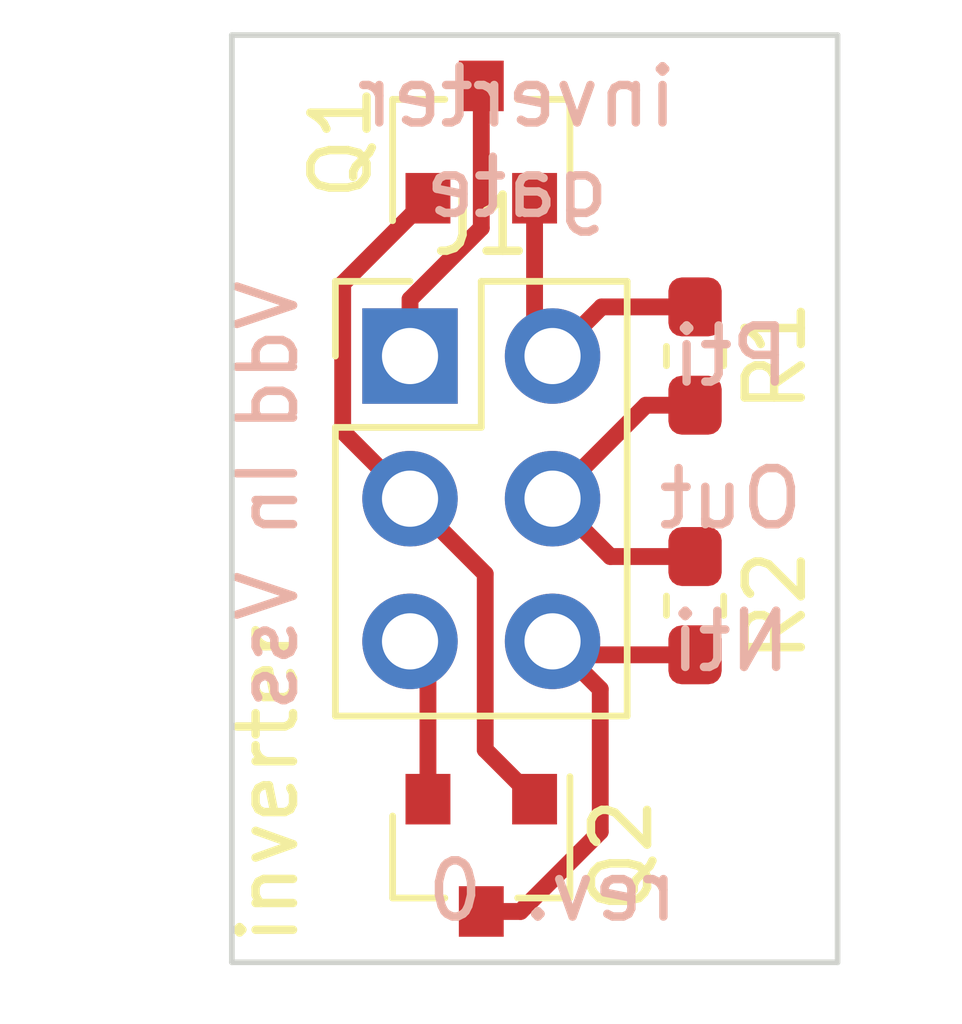
<source format=kicad_pcb>
(kicad_pcb (version 20171130) (host pcbnew 5.1.6)

  (general
    (thickness 1.6)
    (drawings 13)
    (tracks 25)
    (zones 0)
    (modules 5)
    (nets 7)
  )

  (page A4)
  (layers
    (0 F.Cu signal)
    (31 B.Cu signal)
    (32 B.Adhes user)
    (33 F.Adhes user)
    (34 B.Paste user)
    (35 F.Paste user)
    (36 B.SilkS user)
    (37 F.SilkS user)
    (38 B.Mask user)
    (39 F.Mask user)
    (40 Dwgs.User user)
    (41 Cmts.User user)
    (42 Eco1.User user)
    (43 Eco2.User user)
    (44 Edge.Cuts user)
    (45 Margin user)
    (46 B.CrtYd user)
    (47 F.CrtYd user)
    (48 B.Fab user)
    (49 F.Fab user)
  )

  (setup
    (last_trace_width 0.25)
    (user_trace_width 0.3)
    (trace_clearance 0.2)
    (zone_clearance 0.508)
    (zone_45_only no)
    (trace_min 0.2)
    (via_size 0.8)
    (via_drill 0.4)
    (via_min_size 0.4)
    (via_min_drill 0.3)
    (uvia_size 0.3)
    (uvia_drill 0.1)
    (uvias_allowed no)
    (uvia_min_size 0.2)
    (uvia_min_drill 0.1)
    (edge_width 0.05)
    (segment_width 0.2)
    (pcb_text_width 0.3)
    (pcb_text_size 1.5 1.5)
    (mod_edge_width 0.12)
    (mod_text_size 1 1)
    (mod_text_width 0.15)
    (pad_size 1.524 1.524)
    (pad_drill 0.762)
    (pad_to_mask_clearance 0.05)
    (aux_axis_origin 0 0)
    (visible_elements FFFFFF7F)
    (pcbplotparams
      (layerselection 0x010fc_ffffffff)
      (usegerberextensions false)
      (usegerberattributes true)
      (usegerberadvancedattributes true)
      (creategerberjobfile true)
      (excludeedgelayer true)
      (linewidth 0.100000)
      (plotframeref false)
      (viasonmask false)
      (mode 1)
      (useauxorigin false)
      (hpglpennumber 1)
      (hpglpenspeed 20)
      (hpglpendiameter 15.000000)
      (psnegative false)
      (psa4output false)
      (plotreference true)
      (plotvalue true)
      (plotinvisibletext false)
      (padsonsilk false)
      (subtractmaskfromsilk false)
      (outputformat 1)
      (mirror false)
      (drillshape 0)
      (scaleselection 1)
      (outputdirectory ""))
  )

  (net 0 "")
  (net 1 Out)
  (net 2 Vss)
  (net 3 Vdd)
  (net 4 In)
  (net 5 Nti)
  (net 6 Pti)

  (net_class Default "This is the default net class."
    (clearance 0.2)
    (trace_width 0.25)
    (via_dia 0.8)
    (via_drill 0.4)
    (uvia_dia 0.3)
    (uvia_drill 0.1)
    (add_net In)
    (add_net Nti)
    (add_net Out)
    (add_net Pti)
    (add_net Vdd)
    (add_net Vss)
  )

  (module Resistor_SMD:R_0603_1608Metric_Pad1.05x0.95mm_HandSolder (layer F.Cu) (tedit 5B301BBD) (tstamp 5FDEF92C)
    (at 92.075 60.325 270)
    (descr "Resistor SMD 0603 (1608 Metric), square (rectangular) end terminal, IPC_7351 nominal with elongated pad for handsoldering. (Body size source: http://www.tortai-tech.com/upload/download/2011102023233369053.pdf), generated with kicad-footprint-generator")
    (tags "resistor handsolder")
    (path /5FDF40E4)
    (attr smd)
    (fp_text reference R2 (at 0 -1.43 90) (layer F.SilkS)
      (effects (font (size 1 1) (thickness 0.15)))
    )
    (fp_text value 12k (at 0 1.43 90) (layer F.Fab)
      (effects (font (size 1 1) (thickness 0.15)))
    )
    (fp_line (start 1.65 0.73) (end -1.65 0.73) (layer F.CrtYd) (width 0.05))
    (fp_line (start 1.65 -0.73) (end 1.65 0.73) (layer F.CrtYd) (width 0.05))
    (fp_line (start -1.65 -0.73) (end 1.65 -0.73) (layer F.CrtYd) (width 0.05))
    (fp_line (start -1.65 0.73) (end -1.65 -0.73) (layer F.CrtYd) (width 0.05))
    (fp_line (start -0.171267 0.51) (end 0.171267 0.51) (layer F.SilkS) (width 0.12))
    (fp_line (start -0.171267 -0.51) (end 0.171267 -0.51) (layer F.SilkS) (width 0.12))
    (fp_line (start 0.8 0.4) (end -0.8 0.4) (layer F.Fab) (width 0.1))
    (fp_line (start 0.8 -0.4) (end 0.8 0.4) (layer F.Fab) (width 0.1))
    (fp_line (start -0.8 -0.4) (end 0.8 -0.4) (layer F.Fab) (width 0.1))
    (fp_line (start -0.8 0.4) (end -0.8 -0.4) (layer F.Fab) (width 0.1))
    (fp_text user %R (at 0 0 90) (layer F.Fab)
      (effects (font (size 0.4 0.4) (thickness 0.06)))
    )
    (pad 2 smd roundrect (at 0.875 0 270) (size 1.05 0.95) (layers F.Cu F.Paste F.Mask) (roundrect_rratio 0.25)
      (net 5 Nti))
    (pad 1 smd roundrect (at -0.875 0 270) (size 1.05 0.95) (layers F.Cu F.Paste F.Mask) (roundrect_rratio 0.25)
      (net 1 Out))
    (model ${KISYS3DMOD}/Resistor_SMD.3dshapes/R_0603_1608Metric.wrl
      (at (xyz 0 0 0))
      (scale (xyz 1 1 1))
      (rotate (xyz 0 0 0))
    )
  )

  (module Resistor_SMD:R_0603_1608Metric_Pad1.05x0.95mm_HandSolder (layer F.Cu) (tedit 5B301BBD) (tstamp 5FDEF91B)
    (at 92.075 55.88 270)
    (descr "Resistor SMD 0603 (1608 Metric), square (rectangular) end terminal, IPC_7351 nominal with elongated pad for handsoldering. (Body size source: http://www.tortai-tech.com/upload/download/2011102023233369053.pdf), generated with kicad-footprint-generator")
    (tags "resistor handsolder")
    (path /5FDF60C4)
    (attr smd)
    (fp_text reference R1 (at 0 -1.43 90) (layer F.SilkS)
      (effects (font (size 1 1) (thickness 0.15)))
    )
    (fp_text value 12k (at 0 1.43 90) (layer F.Fab)
      (effects (font (size 1 1) (thickness 0.15)))
    )
    (fp_line (start 1.65 0.73) (end -1.65 0.73) (layer F.CrtYd) (width 0.05))
    (fp_line (start 1.65 -0.73) (end 1.65 0.73) (layer F.CrtYd) (width 0.05))
    (fp_line (start -1.65 -0.73) (end 1.65 -0.73) (layer F.CrtYd) (width 0.05))
    (fp_line (start -1.65 0.73) (end -1.65 -0.73) (layer F.CrtYd) (width 0.05))
    (fp_line (start -0.171267 0.51) (end 0.171267 0.51) (layer F.SilkS) (width 0.12))
    (fp_line (start -0.171267 -0.51) (end 0.171267 -0.51) (layer F.SilkS) (width 0.12))
    (fp_line (start 0.8 0.4) (end -0.8 0.4) (layer F.Fab) (width 0.1))
    (fp_line (start 0.8 -0.4) (end 0.8 0.4) (layer F.Fab) (width 0.1))
    (fp_line (start -0.8 -0.4) (end 0.8 -0.4) (layer F.Fab) (width 0.1))
    (fp_line (start -0.8 0.4) (end -0.8 -0.4) (layer F.Fab) (width 0.1))
    (fp_text user %R (at 0 0 90) (layer F.Fab)
      (effects (font (size 0.4 0.4) (thickness 0.06)))
    )
    (pad 2 smd roundrect (at 0.875 0 270) (size 1.05 0.95) (layers F.Cu F.Paste F.Mask) (roundrect_rratio 0.25)
      (net 1 Out))
    (pad 1 smd roundrect (at -0.875 0 270) (size 1.05 0.95) (layers F.Cu F.Paste F.Mask) (roundrect_rratio 0.25)
      (net 6 Pti))
    (model ${KISYS3DMOD}/Resistor_SMD.3dshapes/R_0603_1608Metric.wrl
      (at (xyz 0 0 0))
      (scale (xyz 1 1 1))
      (rotate (xyz 0 0 0))
    )
  )

  (module Package_TO_SOT_SMD:SOT-23 (layer F.Cu) (tedit 5A02FF57) (tstamp 5FDEF90A)
    (at 88.265 64.77 270)
    (descr "SOT-23, Standard")
    (tags SOT-23)
    (path /5FDF139A)
    (attr smd)
    (fp_text reference Q2 (at 0 -2.5 90) (layer F.SilkS)
      (effects (font (size 1 1) (thickness 0.15)))
    )
    (fp_text value 2N7002 (at 0 2.5 90) (layer F.Fab)
      (effects (font (size 1 1) (thickness 0.15)))
    )
    (fp_line (start 0.76 1.58) (end -0.7 1.58) (layer F.SilkS) (width 0.12))
    (fp_line (start 0.76 -1.58) (end -1.4 -1.58) (layer F.SilkS) (width 0.12))
    (fp_line (start -1.7 1.75) (end -1.7 -1.75) (layer F.CrtYd) (width 0.05))
    (fp_line (start 1.7 1.75) (end -1.7 1.75) (layer F.CrtYd) (width 0.05))
    (fp_line (start 1.7 -1.75) (end 1.7 1.75) (layer F.CrtYd) (width 0.05))
    (fp_line (start -1.7 -1.75) (end 1.7 -1.75) (layer F.CrtYd) (width 0.05))
    (fp_line (start 0.76 -1.58) (end 0.76 -0.65) (layer F.SilkS) (width 0.12))
    (fp_line (start 0.76 1.58) (end 0.76 0.65) (layer F.SilkS) (width 0.12))
    (fp_line (start -0.7 1.52) (end 0.7 1.52) (layer F.Fab) (width 0.1))
    (fp_line (start 0.7 -1.52) (end 0.7 1.52) (layer F.Fab) (width 0.1))
    (fp_line (start -0.7 -0.95) (end -0.15 -1.52) (layer F.Fab) (width 0.1))
    (fp_line (start -0.15 -1.52) (end 0.7 -1.52) (layer F.Fab) (width 0.1))
    (fp_line (start -0.7 -0.95) (end -0.7 1.5) (layer F.Fab) (width 0.1))
    (fp_text user %R (at 0 0) (layer F.Fab)
      (effects (font (size 0.5 0.5) (thickness 0.075)))
    )
    (pad 3 smd rect (at 1 0 270) (size 0.9 0.8) (layers F.Cu F.Paste F.Mask)
      (net 5 Nti))
    (pad 2 smd rect (at -1 0.95 270) (size 0.9 0.8) (layers F.Cu F.Paste F.Mask)
      (net 2 Vss))
    (pad 1 smd rect (at -1 -0.95 270) (size 0.9 0.8) (layers F.Cu F.Paste F.Mask)
      (net 4 In))
    (model ${KISYS3DMOD}/Package_TO_SOT_SMD.3dshapes/SOT-23.wrl
      (at (xyz 0 0 0))
      (scale (xyz 1 1 1))
      (rotate (xyz 0 0 0))
    )
  )

  (module Package_TO_SOT_SMD:SOT-23 (layer F.Cu) (tedit 5A02FF57) (tstamp 5FDEF8F5)
    (at 88.265 52.07 90)
    (descr "SOT-23, Standard")
    (tags SOT-23)
    (path /5FDEECCB)
    (attr smd)
    (fp_text reference Q1 (at 0 -2.5 90) (layer F.SilkS)
      (effects (font (size 1 1) (thickness 0.15)))
    )
    (fp_text value BSS84 (at 0 2.5 90) (layer F.Fab)
      (effects (font (size 1 1) (thickness 0.15)))
    )
    (fp_line (start 0.76 1.58) (end -0.7 1.58) (layer F.SilkS) (width 0.12))
    (fp_line (start 0.76 -1.58) (end -1.4 -1.58) (layer F.SilkS) (width 0.12))
    (fp_line (start -1.7 1.75) (end -1.7 -1.75) (layer F.CrtYd) (width 0.05))
    (fp_line (start 1.7 1.75) (end -1.7 1.75) (layer F.CrtYd) (width 0.05))
    (fp_line (start 1.7 -1.75) (end 1.7 1.75) (layer F.CrtYd) (width 0.05))
    (fp_line (start -1.7 -1.75) (end 1.7 -1.75) (layer F.CrtYd) (width 0.05))
    (fp_line (start 0.76 -1.58) (end 0.76 -0.65) (layer F.SilkS) (width 0.12))
    (fp_line (start 0.76 1.58) (end 0.76 0.65) (layer F.SilkS) (width 0.12))
    (fp_line (start -0.7 1.52) (end 0.7 1.52) (layer F.Fab) (width 0.1))
    (fp_line (start 0.7 -1.52) (end 0.7 1.52) (layer F.Fab) (width 0.1))
    (fp_line (start -0.7 -0.95) (end -0.15 -1.52) (layer F.Fab) (width 0.1))
    (fp_line (start -0.15 -1.52) (end 0.7 -1.52) (layer F.Fab) (width 0.1))
    (fp_line (start -0.7 -0.95) (end -0.7 1.5) (layer F.Fab) (width 0.1))
    (fp_text user %R (at 0 0) (layer F.Fab)
      (effects (font (size 0.5 0.5) (thickness 0.075)))
    )
    (pad 3 smd rect (at 1 0 90) (size 0.9 0.8) (layers F.Cu F.Paste F.Mask)
      (net 3 Vdd))
    (pad 2 smd rect (at -1 0.95 90) (size 0.9 0.8) (layers F.Cu F.Paste F.Mask)
      (net 6 Pti))
    (pad 1 smd rect (at -1 -0.95 90) (size 0.9 0.8) (layers F.Cu F.Paste F.Mask)
      (net 4 In))
    (model ${KISYS3DMOD}/Package_TO_SOT_SMD.3dshapes/SOT-23.wrl
      (at (xyz 0 0 0))
      (scale (xyz 1 1 1))
      (rotate (xyz 0 0 0))
    )
  )

  (module Connector_PinHeader_2.54mm:PinHeader_2x03_P2.54mm_Vertical (layer F.Cu) (tedit 59FED5CC) (tstamp 5FDEF8E0)
    (at 86.995 55.88)
    (descr "Through hole straight pin header, 2x03, 2.54mm pitch, double rows")
    (tags "Through hole pin header THT 2x03 2.54mm double row")
    (path /5FDEF5E5)
    (fp_text reference J1 (at 1.27 -2.33) (layer F.SilkS)
      (effects (font (size 1 1) (thickness 0.15)))
    )
    (fp_text value Conn_02x03_Odd_Even (at 1.27 7.41) (layer F.Fab)
      (effects (font (size 1 1) (thickness 0.15)))
    )
    (fp_line (start 4.35 -1.8) (end -1.8 -1.8) (layer F.CrtYd) (width 0.05))
    (fp_line (start 4.35 6.85) (end 4.35 -1.8) (layer F.CrtYd) (width 0.05))
    (fp_line (start -1.8 6.85) (end 4.35 6.85) (layer F.CrtYd) (width 0.05))
    (fp_line (start -1.8 -1.8) (end -1.8 6.85) (layer F.CrtYd) (width 0.05))
    (fp_line (start -1.33 -1.33) (end 0 -1.33) (layer F.SilkS) (width 0.12))
    (fp_line (start -1.33 0) (end -1.33 -1.33) (layer F.SilkS) (width 0.12))
    (fp_line (start 1.27 -1.33) (end 3.87 -1.33) (layer F.SilkS) (width 0.12))
    (fp_line (start 1.27 1.27) (end 1.27 -1.33) (layer F.SilkS) (width 0.12))
    (fp_line (start -1.33 1.27) (end 1.27 1.27) (layer F.SilkS) (width 0.12))
    (fp_line (start 3.87 -1.33) (end 3.87 6.41) (layer F.SilkS) (width 0.12))
    (fp_line (start -1.33 1.27) (end -1.33 6.41) (layer F.SilkS) (width 0.12))
    (fp_line (start -1.33 6.41) (end 3.87 6.41) (layer F.SilkS) (width 0.12))
    (fp_line (start -1.27 0) (end 0 -1.27) (layer F.Fab) (width 0.1))
    (fp_line (start -1.27 6.35) (end -1.27 0) (layer F.Fab) (width 0.1))
    (fp_line (start 3.81 6.35) (end -1.27 6.35) (layer F.Fab) (width 0.1))
    (fp_line (start 3.81 -1.27) (end 3.81 6.35) (layer F.Fab) (width 0.1))
    (fp_line (start 0 -1.27) (end 3.81 -1.27) (layer F.Fab) (width 0.1))
    (fp_text user %R (at 1.27 2.54 90) (layer F.Fab)
      (effects (font (size 1 1) (thickness 0.15)))
    )
    (pad 6 thru_hole oval (at 2.54 5.08) (size 1.7 1.7) (drill 1) (layers *.Cu *.Mask)
      (net 5 Nti))
    (pad 5 thru_hole oval (at 0 5.08) (size 1.7 1.7) (drill 1) (layers *.Cu *.Mask)
      (net 2 Vss))
    (pad 4 thru_hole oval (at 2.54 2.54) (size 1.7 1.7) (drill 1) (layers *.Cu *.Mask)
      (net 1 Out))
    (pad 3 thru_hole oval (at 0 2.54) (size 1.7 1.7) (drill 1) (layers *.Cu *.Mask)
      (net 4 In))
    (pad 2 thru_hole oval (at 2.54 0) (size 1.7 1.7) (drill 1) (layers *.Cu *.Mask)
      (net 6 Pti))
    (pad 1 thru_hole rect (at 0 0) (size 1.7 1.7) (drill 1) (layers *.Cu *.Mask)
      (net 3 Vdd))
    (model ${KISYS3DMOD}/Connector_PinHeader_2.54mm.3dshapes/PinHeader_2x03_P2.54mm_Vertical.wrl
      (at (xyz 0 0 0))
      (scale (xyz 1 1 1))
      (rotate (xyz 0 0 0))
    )
  )

  (gr_text "rev. 0" (at 89.535 65.405) (layer B.SilkS)
    (effects (font (size 1 1) (thickness 0.15)) (justify mirror))
  )
  (gr_text "inverter\ngate" (at 88.9 52.07) (layer B.SilkS)
    (effects (font (size 1 1) (thickness 0.15)) (justify mirror))
  )
  (gr_text Pti (at 92.71 55.88) (layer B.SilkS)
    (effects (font (size 1 1) (thickness 0.15)) (justify mirror))
  )
  (gr_text Out (at 92.71 58.42) (layer B.SilkS)
    (effects (font (size 1 1) (thickness 0.15)) (justify mirror))
  )
  (gr_text Nti (at 92.71 60.96) (layer B.SilkS)
    (effects (font (size 1 1) (thickness 0.15)) (justify mirror))
  )
  (gr_text Vss (at 84.455 60.96 90) (layer B.SilkS)
    (effects (font (size 1 1) (thickness 0.15)) (justify mirror))
  )
  (gr_text Vdd (at 84.455 55.88 90) (layer B.SilkS)
    (effects (font (size 1 1) (thickness 0.15)) (justify mirror))
  )
  (gr_text In (at 84.455 58.42 90) (layer B.SilkS)
    (effects (font (size 1 1) (thickness 0.15)) (justify mirror))
  )
  (gr_line (start 94.615 50.165) (end 94.615 66.675) (layer Edge.Cuts) (width 0.1))
  (gr_line (start 83.82 50.165) (end 94.615 50.165) (layer Edge.Cuts) (width 0.1))
  (gr_line (start 83.82 66.675) (end 83.82 50.165) (layer Edge.Cuts) (width 0.1))
  (gr_line (start 94.615 66.675) (end 83.82 66.675) (layer Edge.Cuts) (width 0.1))
  (gr_text "inverter\n" (at 84.455 63.5 90) (layer F.SilkS)
    (effects (font (size 1 1) (thickness 0.15)))
  )

  (segment (start 91.2 56.755) (end 89.535 58.42) (width 0.3) (layer F.Cu) (net 1))
  (segment (start 92.075 56.755) (end 91.2 56.755) (width 0.3) (layer F.Cu) (net 1))
  (segment (start 90.565 59.45) (end 89.535 58.42) (width 0.3) (layer F.Cu) (net 1))
  (segment (start 92.075 59.45) (end 90.565 59.45) (width 0.3) (layer F.Cu) (net 1))
  (segment (start 87.315 61.28) (end 86.995 60.96) (width 0.3) (layer F.Cu) (net 2))
  (segment (start 87.315 63.77) (end 87.315 61.28) (width 0.3) (layer F.Cu) (net 2))
  (segment (start 86.995 54.870002) (end 86.995 55.88) (width 0.3) (layer F.Cu) (net 3))
  (segment (start 88.265 53.600002) (end 86.995 54.870002) (width 0.3) (layer F.Cu) (net 3))
  (segment (start 88.265 51.07) (end 88.265 53.600002) (width 0.3) (layer F.Cu) (net 3))
  (segment (start 88.334999 59.759999) (end 86.995 58.42) (width 0.3) (layer F.Cu) (net 4))
  (segment (start 88.334999 62.889999) (end 88.334999 59.759999) (width 0.3) (layer F.Cu) (net 4))
  (segment (start 89.215 63.77) (end 88.334999 62.889999) (width 0.3) (layer F.Cu) (net 4))
  (segment (start 85.794999 54.590001) (end 85.794999 57.219999) (width 0.3) (layer F.Cu) (net 4))
  (segment (start 85.794999 57.219999) (end 86.995 58.42) (width 0.3) (layer F.Cu) (net 4))
  (segment (start 87.315 53.07) (end 85.794999 54.590001) (width 0.3) (layer F.Cu) (net 4))
  (segment (start 89.775 61.2) (end 89.535 60.96) (width 0.3) (layer F.Cu) (net 5))
  (segment (start 92.075 61.2) (end 89.775 61.2) (width 0.3) (layer F.Cu) (net 5))
  (segment (start 90.384999 61.809999) (end 89.535 60.96) (width 0.3) (layer F.Cu) (net 5))
  (segment (start 88.965 65.77) (end 90.384999 64.350001) (width 0.3) (layer F.Cu) (net 5))
  (segment (start 90.384999 64.350001) (end 90.384999 61.809999) (width 0.3) (layer F.Cu) (net 5))
  (segment (start 88.265 65.77) (end 88.965 65.77) (width 0.3) (layer F.Cu) (net 5))
  (segment (start 89.215 55.56) (end 89.535 55.88) (width 0.3) (layer F.Cu) (net 6))
  (segment (start 89.215 53.07) (end 89.215 55.56) (width 0.3) (layer F.Cu) (net 6))
  (segment (start 90.41 55.005) (end 89.535 55.88) (width 0.3) (layer F.Cu) (net 6))
  (segment (start 92.075 55.005) (end 90.41 55.005) (width 0.3) (layer F.Cu) (net 6))

)

</source>
